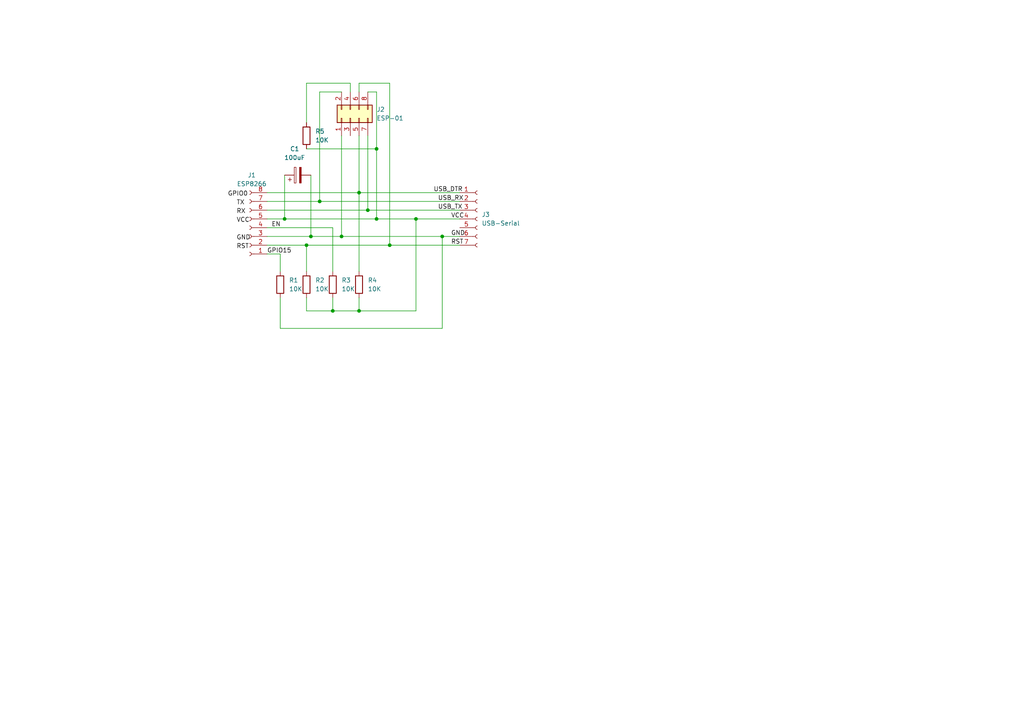
<source format=kicad_sch>
(kicad_sch (version 20211123) (generator eeschema)
  (paper "A4")
  (lib_symbols
    (symbol "Connector:Conn_01x07_Female" (pin_names (offset 1.016) hide)
      (property "Reference" "J" (at 0 10.16 0))
      (property "Value" "Conn_01x07_Female" (at 0 -10.16 0))
      (symbol "Conn_01x07_Female_1_1"
        (arc (start 0 -7.112) (mid -0.508 -7.62) (end 0 -8.128) (stroke (width 0.1524)))
        (arc (start 0 -4.572) (mid -0.508 -5.08) (end 0 -5.588) (stroke (width 0.1524)))
        (arc (start 0 -2.032) (mid -0.508 -2.54) (end 0 -3.048) (stroke (width 0.1524)))
        (polyline (pts (xy -1.27 -7.62) (xy -0.508 -7.62)) (stroke (width 0.1524)))
        (polyline (pts (xy -1.27 -5.08) (xy -0.508 -5.08)) (stroke (width 0.1524)))
        (polyline (pts (xy -1.27 -2.54) (xy -0.508 -2.54)) (stroke (width 0.1524)))
        (polyline (pts (xy -1.27 0) (xy -0.508 0)) (stroke (width 0.1524)))
        (polyline (pts (xy -1.27 2.54) (xy -0.508 2.54)) (stroke (width 0.1524)))
        (polyline (pts (xy -1.27 5.08) (xy -0.508 5.08)) (stroke (width 0.1524)))
        (polyline (pts (xy -1.27 7.62) (xy -0.508 7.62)) (stroke (width 0.1524)))
        (arc (start 0 0.508) (mid -0.508 0) (end 0 -0.508) (stroke (width 0.1524)))
        (arc (start 0 3.048) (mid -0.508 2.54) (end 0 2.032) (stroke (width 0.1524)))
        (arc (start 0 5.588) (mid -0.508 5.08) (end 0 4.572) (stroke (width 0.1524)))
        (arc (start 0 8.128) (mid -0.508 7.62) (end 0 7.112) (stroke (width 0.1524)))
        (pin passive line (at -5.08 7.62 0) (length 3.81) (name "Pin_1") (number "1"))
        (pin passive line (at -5.08 5.08 0) (length 3.81) (name "Pin_2") (number "2"))
        (pin passive line (at -5.08 2.54 0) (length 3.81) (name "Pin_3") (number "3"))
        (pin passive line (at -5.08 0 0) (length 3.81) (name "Pin_4") (number "4"))
        (pin passive line (at -5.08 -2.54 0) (length 3.81) (name "Pin_5") (number "5"))
        (pin passive line (at -5.08 -5.08 0) (length 3.81) (name "Pin_6") (number "6"))
        (pin passive line (at -5.08 -7.62 0) (length 3.81) (name "Pin_7") (number "7"))
      )
    )
    (symbol "Connector:Conn_01x08_Female" (pin_names (offset 1.016) hide)
      (property "Reference" "J" (at 0 10.16 0))
      (property "Value" "Conn_01x08_Female" (at 0 -12.7 0))
      (symbol "Conn_01x08_Female_1_1"
        (arc (start 0 -9.652) (mid -0.508 -10.16) (end 0 -10.668) (stroke (width 0.1524)))
        (arc (start 0 -7.112) (mid -0.508 -7.62) (end 0 -8.128) (stroke (width 0.1524)))
        (arc (start 0 -4.572) (mid -0.508 -5.08) (end 0 -5.588) (stroke (width 0.1524)))
        (arc (start 0 -2.032) (mid -0.508 -2.54) (end 0 -3.048) (stroke (width 0.1524)))
        (polyline (pts (xy -1.27 -10.16) (xy -0.508 -10.16)) (stroke (width 0.1524)))
        (polyline (pts (xy -1.27 -7.62) (xy -0.508 -7.62)) (stroke (width 0.1524)))
        (polyline (pts (xy -1.27 -5.08) (xy -0.508 -5.08)) (stroke (width 0.1524)))
        (polyline (pts (xy -1.27 -2.54) (xy -0.508 -2.54)) (stroke (width 0.1524)))
        (polyline (pts (xy -1.27 0) (xy -0.508 0)) (stroke (width 0.1524)))
        (polyline (pts (xy -1.27 2.54) (xy -0.508 2.54)) (stroke (width 0.1524)))
        (polyline (pts (xy -1.27 5.08) (xy -0.508 5.08)) (stroke (width 0.1524)))
        (polyline (pts (xy -1.27 7.62) (xy -0.508 7.62)) (stroke (width 0.1524)))
        (arc (start 0 0.508) (mid -0.508 0) (end 0 -0.508) (stroke (width 0.1524)))
        (arc (start 0 3.048) (mid -0.508 2.54) (end 0 2.032) (stroke (width 0.1524)))
        (arc (start 0 5.588) (mid -0.508 5.08) (end 0 4.572) (stroke (width 0.1524)))
        (arc (start 0 8.128) (mid -0.508 7.62) (end 0 7.112) (stroke (width 0.1524)))
        (pin passive line (at -5.08 7.62 0) (length 3.81) (name "Pin_1") (number "1"))
        (pin passive line (at -5.08 5.08 0) (length 3.81) (name "Pin_2") (number "2"))
        (pin passive line (at -5.08 2.54 0) (length 3.81) (name "Pin_3") (number "3"))
        (pin passive line (at -5.08 0 0) (length 3.81) (name "Pin_4") (number "4"))
        (pin passive line (at -5.08 -2.54 0) (length 3.81) (name "Pin_5") (number "5"))
        (pin passive line (at -5.08 -5.08 0) (length 3.81) (name "Pin_6") (number "6"))
        (pin passive line (at -5.08 -7.62 0) (length 3.81) (name "Pin_7") (number "7"))
        (pin passive line (at -5.08 -10.16 0) (length 3.81) (name "Pin_8") (number "8"))
      )
    )
    (symbol "Connector_Generic:Conn_02x04_Odd_Even" (pin_names (offset 1.016) hide)
      (property "Reference" "J" (at 1.27 5.08 0))
      (property "Value" "Conn_02x04_Odd_Even" (at 1.27 -7.62 0))
      (symbol "Conn_02x04_Odd_Even_1_1"
        (rectangle (start -1.27 -4.953) (end 0 -5.207) (stroke (width 0.1524)))
        (rectangle (start -1.27 -2.413) (end 0 -2.667) (stroke (width 0.1524)))
        (rectangle (start -1.27 0.127) (end 0 -0.127) (stroke (width 0.1524)))
        (rectangle (start -1.27 2.667) (end 0 2.413) (stroke (width 0.1524)))
        (rectangle (start -1.27 3.81) (end 3.81 -6.35) (stroke (width 0.254)) (fill (type background)))
        (rectangle (start 3.81 -4.953) (end 2.54 -5.207) (stroke (width 0.1524)))
        (rectangle (start 3.81 -2.413) (end 2.54 -2.667) (stroke (width 0.1524)))
        (rectangle (start 3.81 0.127) (end 2.54 -0.127) (stroke (width 0.1524)))
        (rectangle (start 3.81 2.667) (end 2.54 2.413) (stroke (width 0.1524)))
        (pin passive line (at -5.08 2.54 0) (length 3.81) (name "Pin_1") (number "1"))
        (pin passive line (at 7.62 2.54 180) (length 3.81) (name "Pin_2") (number "2"))
        (pin passive line (at -5.08 0 0) (length 3.81) (name "Pin_3") (number "3"))
        (pin passive line (at 7.62 0 180) (length 3.81) (name "Pin_4") (number "4"))
        (pin passive line (at -5.08 -2.54 0) (length 3.81) (name "Pin_5") (number "5"))
        (pin passive line (at 7.62 -2.54 180) (length 3.81) (name "Pin_6") (number "6"))
        (pin passive line (at -5.08 -5.08 0) (length 3.81) (name "Pin_7") (number "7"))
        (pin passive line (at 7.62 -5.08 180) (length 3.81) (name "Pin_8") (number "8"))
      )
    )
    (symbol "Device:C_Polarized" (pin_numbers hide) (pin_names (offset 0.254))
      (property "Reference" "C" (at 0.635 2.54 0))
      (property "Value" "C_Polarized" (at 0.635 -2.54 0))
      (symbol "C_Polarized_0_1"
        (rectangle (start -2.286 0.508) (end 2.286 1.016))
        (polyline (pts (xy -1.778 2.286) (xy -0.762 2.286)))
        (polyline (pts (xy -1.27 2.794) (xy -1.27 1.778)))
        (rectangle (start 2.286 -0.508) (end -2.286 -1.016) (fill (type outline)))
      )
      (symbol "C_Polarized_1_1"
        (pin passive line (at 0 3.81 270) (length 2.794) (name "~") (number "1"))
        (pin passive line (at 0 -3.81 90) (length 2.794) (name "~") (number "2"))
      )
    )
    (symbol "Device:R" (pin_numbers hide) (pin_names (offset 0))
      (property "Reference" "R" (at 2.032 0 90))
      (property "Value" "R" (at 0 0 90))
      (symbol "R_0_1"
        (rectangle (start -1.016 -2.54) (end 1.016 2.54) (stroke (width 0.254)))
      )
      (symbol "R_1_1"
        (pin passive line (at 0 3.81 270) (length 1.27) (name "~") (number "1"))
        (pin passive line (at 0 -3.81 90) (length 1.27) (name "~") (number "2"))
      )
    )
  )
  (junction (at 113.03 71.12))
  (junction (at 104.14 55.88))
  (junction (at 106.68 60.96))
  (junction (at 120.65 63.5))
  (junction (at 109.22 63.5))
  (junction (at 82.55 63.5))
  (junction (at 99.06 68.58))
  (junction (at 90.17 68.58))
  (junction (at 92.71 58.42))
  (junction (at 109.22 43.18))
  (junction (at 104.14 90.17))
  (junction (at 88.9 71.12))
  (junction (at 96.52 90.17))
  (junction (at 128.27 68.58))
  (wire (pts (xy 113.03 24.13) (xy 113.03 71.12)))
  (wire (pts (xy 109.22 26.67) (xy 109.22 43.18)))
  (wire (pts (xy 120.65 63.5) (xy 120.65 90.17)))
  (wire (pts (xy 99.06 26.67) (xy 92.71 26.67)))
  (wire (pts (xy 99.06 68.58) (xy 128.27 68.58)))
  (wire (pts (xy 77.47 66.04) (xy 96.52 66.04)))
  (wire (pts (xy 104.14 55.88) (xy 104.14 78.74)))
  (wire (pts (xy 88.9 43.18) (xy 109.22 43.18)))
  (wire (pts (xy 90.17 68.58) (xy 99.06 68.58)))
  (wire (pts (xy 99.06 39.37) (xy 99.06 68.58)))
  (wire (pts (xy 113.03 71.12) (xy 133.35 71.12)))
  (wire (pts (xy 128.27 68.58) (xy 128.27 95.25)))
  (wire (pts (xy 106.68 60.96) (xy 133.35 60.96)))
  (wire (pts (xy 81.28 78.74) (xy 81.28 73.66)))
  (wire (pts (xy 96.52 86.36) (xy 96.52 90.17)))
  (wire (pts (xy 81.28 73.66) (xy 77.47 73.66)))
  (wire (pts (xy 92.71 58.42) (xy 133.35 58.42)))
  (wire (pts (xy 104.14 39.37) (xy 104.14 55.88)))
  (wire (pts (xy 101.6 26.67) (xy 101.6 24.13)))
  (wire (pts (xy 109.22 43.18) (xy 109.22 63.5)))
  (wire (pts (xy 104.14 90.17) (xy 120.65 90.17)))
  (wire (pts (xy 101.6 24.13) (xy 88.9 24.13)))
  (wire (pts (xy 96.52 90.17) (xy 104.14 90.17)))
  (wire (pts (xy 88.9 71.12) (xy 88.9 78.74)))
  (wire (pts (xy 106.68 26.67) (xy 109.22 26.67)))
  (wire (pts (xy 104.14 55.88) (xy 133.35 55.88)))
  (wire (pts (xy 77.47 63.5) (xy 82.55 63.5)))
  (wire (pts (xy 104.14 26.67) (xy 104.14 24.13)))
  (wire (pts (xy 104.14 86.36) (xy 104.14 90.17)))
  (wire (pts (xy 77.47 55.88) (xy 104.14 55.88)))
  (wire (pts (xy 92.71 26.67) (xy 92.71 58.42)))
  (wire (pts (xy 81.28 95.25) (xy 128.27 95.25)))
  (wire (pts (xy 90.17 50.8) (xy 90.17 68.58)))
  (wire (pts (xy 120.65 63.5) (xy 133.35 63.5)))
  (wire (pts (xy 106.68 39.37) (xy 106.68 60.96)))
  (wire (pts (xy 82.55 63.5) (xy 109.22 63.5)))
  (wire (pts (xy 104.14 24.13) (xy 113.03 24.13)))
  (wire (pts (xy 82.55 50.8) (xy 82.55 63.5)))
  (wire (pts (xy 77.47 60.96) (xy 106.68 60.96)))
  (wire (pts (xy 128.27 68.58) (xy 133.35 68.58)))
  (wire (pts (xy 77.47 68.58) (xy 90.17 68.58)))
  (wire (pts (xy 77.47 58.42) (xy 92.71 58.42)))
  (wire (pts (xy 88.9 90.17) (xy 96.52 90.17)))
  (wire (pts (xy 77.47 71.12) (xy 88.9 71.12)))
  (wire (pts (xy 88.9 71.12) (xy 113.03 71.12)))
  (wire (pts (xy 88.9 24.13) (xy 88.9 35.56)))
  (wire (pts (xy 88.9 86.36) (xy 88.9 90.17)))
  (wire (pts (xy 109.22 63.5) (xy 120.65 63.5)))
  (wire (pts (xy 96.52 66.04) (xy 96.52 78.74)))
  (wire (pts (xy 81.28 86.36) (xy 81.28 95.25)))
  (label "TX" (at 68.58 59.69 0))
  (label "GND" (at 130.81 68.58 0))
  (label "USB_DTR" (at 125.73 55.88 0))
  (label "GPIO15" (at 77.47 73.66 0))
  (label "GPIO0" (at 66.04 57.15 0))
  (label "RX" (at 68.58 62.23 0))
  (label "RST" (at 130.81 71.12 0))
  (label "VCC" (at 130.81 63.5 0))
  (label " " (at 77.47 58.42 0))
  (label "USB_TX" (at 127 60.96 0))
  (label "EN" (at 78.74 66.04 0))
  (label "GND" (at 68.58 69.85 0))
  (label "USB_RX" (at 127 58.42 0))
  (label "RST" (at 68.58 72.39 0))
  (label "VCC" (at 68.58 64.77 0))
  (symbol (lib_id "Device:R") (at 81.28 82.55 0) (unit 1)
    (property "Reference" "R1" (at 83.82 81.2799 0) (effects (justify left)))
    (property "Value" "10K" (at 83.82 83.8199 0) (effects (justify left)))
    (property "Footprint" "Resistor_THT:R_Axial_DIN0411_L9.9mm_D3.6mm_P12.70mm_Horizontal" (effects hide))
  )
  (symbol (lib_id "Connector:Conn_01x07_Female") (at 138.43 63.5 0) (unit 1)
    (property "Reference" "J3" (at 139.7 62.2299 0) (effects (justify left)))
    (property "Value" "USB-Serial" (at 139.7 64.7699 0) (effects (justify left)))
    (property "Footprint" "Connector_PinHeader_2.54mm:PinHeader_1x07_P2.54mm_Vertical" (effects hide))
  )
  (symbol (lib_id "Device:R") (at 96.52 82.55 0) (unit 1)
    (property "Reference" "R3" (at 99.06 81.2799 0) (effects (justify left)))
    (property "Value" "10K" (at 99.06 83.8199 0) (effects (justify left)))
    (property "Footprint" "Resistor_THT:R_Axial_DIN0411_L9.9mm_D3.6mm_P12.70mm_Horizontal" (effects hide))
  )
  (symbol (lib_id "Device:C_Polarized") (at 86.36 50.8 90) (unit 1)
    (property "Reference" "C1" (at 85.471 43.18 90))
    (property "Value" "100uF" (at 85.471 45.72 90))
    (property "Footprint" "Capacitor_THT:CP_Axial_L10.0mm_D4.5mm_P15.00mm_Horizontal" (effects hide))
  )
  (symbol (lib_id "Device:R") (at 104.14 82.55 0) (unit 1)
    (property "Reference" "R4" (at 106.68 81.2799 0) (effects (justify left)))
    (property "Value" "10K" (at 106.68 83.8199 0) (effects (justify left)))
    (property "Footprint" "Resistor_THT:R_Axial_DIN0411_L9.9mm_D3.6mm_P12.70mm_Horizontal" (effects hide))
  )
  (symbol (lib_id "Connector_Generic:Conn_02x04_Odd_Even") (at 101.6 34.29 90) (unit 1)
    (property "Reference" "J2" (at 109.22 31.7499 90) (effects (justify right)))
    (property "Value" "ESP-01" (at 109.22 34.2899 90) (effects (justify right)))
    (property "Footprint" "Connector_PinSocket_2.54mm:PinSocket_2x04_P2.54mm_Vertical" (effects hide))
  )
  (symbol (lib_id "Connector:Conn_01x08_Female") (at 72.39 66.04 180) (unit 1)
    (property "Reference" "J1" (at 73.025 50.8 0))
    (property "Value" "ESP8266" (at 73.025 53.34 0))
    (property "Footprint" "Connector_PinHeader_2.54mm:PinHeader_1x08_P2.54mm_Vertical" (effects hide))
  )
  (symbol (lib_id "Device:R") (at 88.9 39.37 0) (unit 1)
    (property "Reference" "R5" (at 91.44 38.0999 0) (effects (justify left)))
    (property "Value" "10K" (at 91.44 40.6399 0) (effects (justify left)))
    (property "Footprint" "Resistor_THT:R_Axial_DIN0411_L9.9mm_D3.6mm_P12.70mm_Horizontal" (effects hide))
  )
  (symbol (lib_id "Device:R") (at 88.9 82.55 180) (unit 1)
    (property "Reference" "R2" (at 91.44 81.2799 0) (effects (justify right)))
    (property "Value" "10K" (at 91.44 83.8199 0) (effects (justify right)))
    (property "Footprint" "Resistor_THT:R_Axial_DIN0411_L9.9mm_D3.6mm_P12.70mm_Horizontal" (effects hide))
  )
)
</source>
